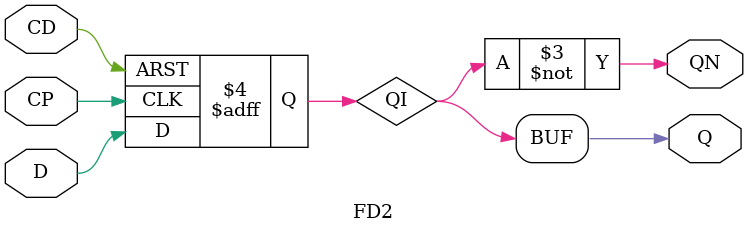
<source format=v>
module FD2 (D, CP, CD, Q, QN);


input	D, CP, CD;
output	Q, QN;

reg	QI;

always @(posedge CP or negedge CD)

	if (!CD)
		QI = #1 0;
	else
		QI = #1 D;

assign QN = ~QI;
assign Q = QI;

endmodule

</source>
